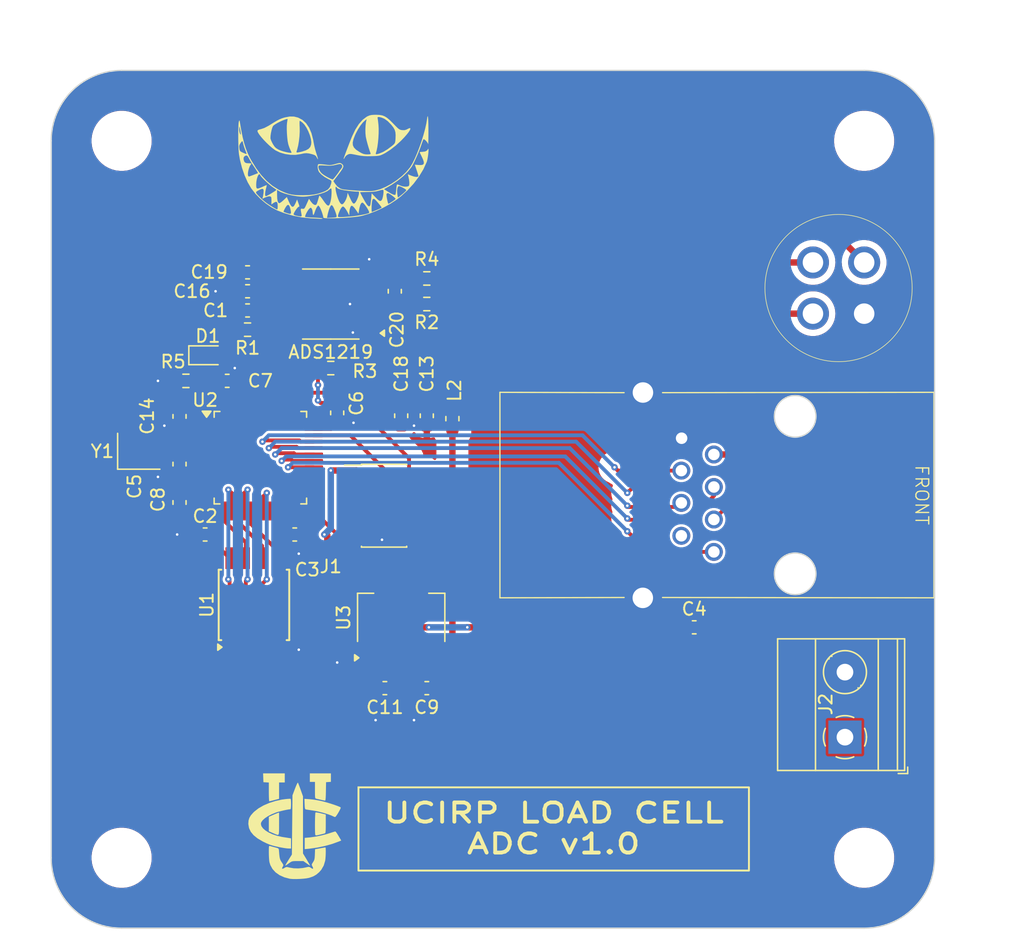
<source format=kicad_pcb>
(kicad_pcb (version 20240108) (generator "pcbnew") (generator_version "8.0")
  (layers (0 "F.Cu" power) (31 "B.Cu" power) (34 "B.Paste" user) (35 "F.Paste" user) (36 "B.SilkS" user "B.Silkscreen") (37 "F.SilkS" user "F.Silkscreen") (38 "B.Mask" user) (39 "F.Mask" user) (44 "Edge.Cuts" user))
  (net 0 "")
  (net 1 "+3.3V")
  (net 2 "GND")
  (net 3 "NRST")
  (net 4 "VBUS")
  (net 5 "Net-(C13-Pad1)")
  (net 6 "Net-(ADS1219-AIN3)")
  (net 7 "Net-(ADS1219-AIN2)")
  (net 8 "Net-(D1-K)")
  (net 9 "DEBUG_SWCLK")
  (net 10 "DEBUG_SWDIO")
  (net 14 "AIN+")
  (net 15 "AIN-")
  (net 16 "ADS_DRDY")
  (net 18 "MEM_SCK")
  (net 19 "MEM_HOLD")
  (net 20 "MEM_CS")
  (net 21 "MEM_MOSI")
  (net 22 "MEM_WP")
  (net 23 "MEM_MISO")
  (net 36 "HSE_IN")
  (net 42 "ADS_DATA")
  (net 44 "ADS_CLK")
  (net 48 "Net-(ADS1219-RESET)")
  (net 50 "ETH_~{RST}")
  (net 51 "ETH_RX")
  (net 52 "ETH_TX")
  (net 53 "ETH_RTS")
  (net 54 "ETH_CTS")
  (footprint "Resistor_SMD:R_0603_1608Metric" (layer "F.Cu") (at 149.8375 100.25 180)
    (property "Reference" "R2")
    (property "Value" "100")
  )
  (footprint "Resistor_SMD:R_0603_1608Metric" (layer "F.Cu") (at 131.0225 106.25)
    (property "Reference" "R5")
    (property "Value" "470")
  )
  (footprint "GSE:GC-XPORT" (layer "F.Cu") (at 172.5 115.17 180)
    (property "Reference" "U5" (hide yes))
    (property "Value" "~")
    (fp_circle (center -6.11 6.15) (end -4.485 6.15) (stroke (width 0.1)) (fill none) (layer "Edge.Cuts"))
    (fp_circle (center -6.11 -6.15) (end -4.485 -6.15) (stroke (width 0.1)) (fill none) (layer "Edge.Cuts"))
  )
  (footprint "Package_QFP:LQFP-48_7x7mm_P0.5mm" (layer "F.Cu") (at 136.8375 112.25)
    (property "Reference" "U2")
    (property "Value" "STM32F103C8Tx")
  )
  (footprint "Capacitor_SMD:C_0603_1608Metric_Pad1.08x0.95mm_HandSolder" (layer "F.Cu") (at 135.8375 97.7725 180)
    (property "Reference" "C19")
    (property "Value" "0.1uF")
  )
  (footprint "Resistor_SMD:R_0603_1608Metric" (layer "F.Cu") (at 135.8375 102.25 180)
    (property "Reference" "R1")
    (property "Value" "10k")
  )
  (footprint "Capacitor_SMD:C_0603_1608Metric" (layer "F.Cu") (at 170.725 125.5)
    (property "Reference" "C4")
    (property "Value" "4.7uF")
  )
  (footprint "Capacitor_SMD:C_0603_1608Metric" (layer "F.Cu") (at 132.5225 118.25)
    (property "Reference" "C2")
    (property "Value" "100nF")
  )
  (footprint "Resistor_SMD:R_0603_1608Metric" (layer "F.Cu") (at 142.3375 105.25 180)
    (property "Reference" "R3")
    (property "Value" "10k")
  )
  (footprint "Package_TO_SOT_SMD:SOT-223-3_TabPin2" (layer "F.Cu") (at 147.8375 124.75 90)
    (property "Reference" "U3")
    (property "Value" "AMS1117-3.3")
  )
  (footprint "Package_SO:TSSOP-16_4.4x5mm_P0.65mm" (layer "F.Cu") (at 142.3375 100.25 180)
    (property "Reference" "ADS1219")
    (property "Value" "~")
  )
  (footprint "Crystal:Crystal_SMD_2520-4Pin_2.5x2.0mm" (layer "F.Cu") (at 127.3375 111.75)
    (property "Reference" "Y1")
    (property "Value" "16MHz")
  )
  (footprint "LED_SMD:LED_0603_1608Metric" (layer "F.Cu") (at 132.735 104.25)
    (property "Reference" "D1")
    (property "Value" "GREEN_LED")
  )
  (footprint "TerminalBlock_Phoenix:TerminalBlock_Phoenix_MKDS-1,5-2-5.08_1x02_P5.08mm_Horizontal" (layer "F.Cu") (at 182.5 134.08 90)
    (property "Reference" "J2")
    (property "Value" "Screw_Terminal_01x02")
  )
  (footprint "Connector_PinHeader_1.27mm:PinHeader_2x05_P1.27mm_Vertical_SMD" (layer "F.Cu") (at 146.5 116)
    (property "Reference" "J1")
    (property "Value" "SWD")
  )
  (footprint "Capacitor_SMD:C_0603_1608Metric" (layer "F.Cu") (at 135.8375 100.75 180)
    (property "Reference" "C1")
    (property "Value" "0.1uF")
  )
  (footprint "Capacitor_SMD:C_0603_1608Metric" (layer "F.Cu") (at 149.8375 108.975 -90)
    (property "Reference" "C13")
    (property "Value" "100nF")
  )
  (footprint "Capacitor_SMD:C_0603_1608Metric" (layer "F.Cu") (at 130.5225 109.025 -90)
    (property "Reference" "C14")
    (property "Value" "100nF")
  )
  (footprint "Capacitor_SMD:C_0603_1608Metric" (layer "F.Cu") (at 134.2475 106.25 180)
    (property "Reference" "C7")
    (property "Value" "100nF")
  )
  (footprint "Package_SO:SOIC-8W_5.3x5.3mm_P1.27mm" (layer "F.Cu") (at 136.3375 123.75 90)
    (property "Reference" "U1")
    (property "Value" "~")
  )
  (footprint "Inductor_SMD:L_0603_1608Metric" (layer "F.Cu") (at 151.8375 109.2 -90)
    (property "Reference" "L2")
    (property "Value" "3.3uH")
  )
  (footprint "MountingHole:MountingHole_4.3mm_M4" (layer "F.Cu") (at 184 87.5)
    (property "Reference" "H3" (hide yes))
    (property "Value" "MountingHole")
  )
  (footprint "Capacitor_SMD:C_0603_1608Metric" (layer "F.Cu") (at 147.3375 99.25 90)
    (property "Reference" "C20")
    (property "Value" "0.1uF")
  )
  (footprint "Capacitor_SMD:C_0603_1608Metric_Pad1.08x0.95mm_HandSolder" (layer "F.Cu") (at 135.8375 99.25 180)
    (property "Reference" "C16")
    (property "Value" "0.1uF")
  )
  (footprint "Capacitor_SMD:C_0603_1608Metric" (layer "F.Cu") (at 130.5225 115.75 90)
    (property "Reference" "C8")
    (property "Value" "100nF")
  )
  (footprint "Capacitor_SMD:C_0603_1608Metric" (layer "F.Cu") (at 139.5225 118.25)
    (property "Reference" "C3")
    (property "Value" "100nF")
  )
  (footprint "MountingHole:MountingHole_4.3mm_M4" (layer "F.Cu") (at 126 87.5)
    (property "Reference" "H2" (hide yes))
    (property "Value" "MountingHole")
  )
  (footprint "Capacitor_SMD:C_0603_1608Metric" (layer "F.Cu") (at 142.8375 108.75 90)
    (property "Reference" "C6")
    (property "Value" "100nF")
  )
  (footprint "UCIRP-KiCAD-Lib:gx12" (layer "F.Cu") (at 182 99)
    (property "Reference" "GX12" (hide yes))
    (property "Value" "~" (hide yes))
  )
  (footprint "Capacitor_SMD:C_0603_1608Metric" (layer "F.Cu") (at 130.5225 112.75 90)
    (property "Reference" "C5")
    (property "Value" "100nF")
  )
  (footprint "Resistor_SMD:R_0603_1608Metric" (layer "F.Cu") (at 149.8375 98.25 180)
    (property "Reference" "R4")
    (property "Value" "100")
  )
  (footprint "UCILIB:uci_rocket_logo" (layer "F.Cu") (at 139.5 141)
    (property "Reference" "G***" (hide yes))
    (property "Value" "LOGO" (hide yes))
  )
  (footprint "UCILIB:cat_logo" (layer "F.Cu") (at 142.5 89.5)
    (property "Reference" "G***" (hide yes))
    (property "Value" "LOGO" (hide yes))
  )
  (footprint "Capacitor_SMD:C_0603_1608Metric" (layer "F.Cu") (at 146.5625 130.25)
    (property "Reference" "C11")
    (property "Value" "22uF")
  )
  (footprint "Capacitor_SMD:C_0603_1608Metric" (layer "F.Cu") (at 147.8375 108.975 -90)
    (property "Reference" "C18")
    (property "Value" "10uF")
  )
  (footprint "MountingHole:MountingHole_4.3mm_M4" (layer "F.Cu") (at 184 143.5)
    (property "Reference" "H1" (hide yes))
    (property "Value" "MountingHole")
  )
  (footprint "MountingHole:MountingHole_4.3mm_M4" (layer "F.Cu") (at 126 143.5)
    (property "Reference" "H4" (hide yes))
    (property "Value" "MountingHole")
  )
  (footprint "Capacitor_SMD:C_0603_1608Metric" (layer "F.Cu") (at 149.8375 130.25)
    (property "Reference" "C9")
    (property "Value" "22uF")
  )
  (gr_line (start 184 82) (end 126 82) (stroke (width 0.1)) (layer "Edge.Cuts"))
  (gr_line (start 120.5 87.5) (end 120.5 143.5) (stroke (width 0.1)) (layer "Edge.Cuts"))
  (gr_line (start 189.5 87.5) (end 189.5 143.5) (stroke (width 0.1)) (layer "Edge.Cuts"))
  (gr_arc (start 184 82) (mid 187.889087 83.610913) (end 189.5 87.5) (stroke (width 0.1)) (layer "Edge.Cuts"))
  (gr_arc (start 189.5 143.5) (mid 187.889087 147.389087) (end 184 149) (stroke (width 0.1)) (layer "Edge.Cuts"))
  (gr_line (start 126 149) (end 184 149) (stroke (width 0.1)) (layer "Edge.Cuts"))
  (gr_arc (start 120.5 87.5) (mid 122.110913 83.610913) (end 126 82) (stroke (width 0.1)) (layer "Edge.Cuts"))
  (gr_arc (start 126 149) (mid 122.110913 147.389087) (end 120.5 143.5) (stroke (width 0.1)) (layer "Edge.Cuts"))
  (gr_text_box "UCIRP LOAD CELL ADC v1.0\n" (start 144.5 138) (end 175 144.5) (layer "F.SilkS") (effects (font (size 1.5 2) (thickness 0.3) (bold yes)) (justify top)) (border yes) (stroke (width 0.15)))
  (segment (start 144.34 113.25) (end 144.55 113.46) (width 0.5) (layer "F.Cu") (net 1))
  (segment (start 141.5125 101.817894) (end 140.269606 100.575) (width 0.3) (layer "F.Cu") (net 1))
  (segment (start 131.3375 113.99688) (end 131.83438 113.5) (width 0.3) (layer "F.Cu") (net 1))
  (segment (start 130.5225 114.975) (end 130.6125 114.975) (width 0.3) (layer "F.Cu") (net 1))
  (segment (start 139.475 100.575) (end 136.7875 100.575) (width 0.3) (layer "F.Cu") (net 1))
  (segment (start 133.4725 106.25) (end 133.4725 104.3) (width 0.3) (layer "F.Cu") (net 1))
  (segment (start 130.5225 114.975) (end 128.1125 114.975) (width 0.3) (layer "F.Cu") (net 1))
  (segment (start 132.6475 107.075) (end 129.0125 107.075) (width 0.3) (layer "F.Cu") (net 1))
  (segment (start 130.8375 102.25) (end 131.3375 101.75) (width 0.3) (layer "F.Cu") (net 1))
  (segment (start 133.2975 118.25) (end 133.2975 128.14) (width 0.3) (layer "F.Cu") (net 1))
  (segment (start 141.988972 118.25) (end 141.8375 118.25) (width 0.5) (layer "F.Cu") (net 1))
  (segment (start 139.475 99.925) (end 137.375 99.925) (width 0.3) (layer "F.Cu") (net 1))
  (segment (start 128.8875 108.25) (end 126.4625 110.675) (width 0.3) (layer "F.Cu") (net 1))
  (segment (start 141.5125 105.25) (end 141.5125 101.817894) (width 0.3) (layer "F.Cu") (net 1))
  (segment (start 141.3375 105.425) (end 141.5125 105.25) (width 0.3) (layer "F.Cu") (net 1))
  (segment (start 142.0675 118.328528) (end 141.988972 118.25) (width 0.5) (layer "F.Cu") (net 1))
  (segment (start 142.0675 120.02) (end 142.0675 118.328528) (width 0.5) (layer "F.Cu") (net 1))
  (segment (start 129.3375 108.25) (end 127.8375 108.25) (width 0.3) (layer "F.Cu") (net 1))
  (segment (start 139.5875 117.5) (end 139.5875 116.4125) (width 0.3) (layer "F.Cu") (net 1))
  (segment (start 133.4725 106.25) (end 132.6475 107.075) (width 0.3) (layer "F.Cu") (net 1))
  (segment (start 124.8375 119.68) (end 133.3725 128.215) (width 0.3) (layer "F.Cu") (net 1))
  (segment (start 147.3375 128.4) (end 147.8375 127.9) (width 0.5) (layer "F.Cu") (net 1))
  (segment (start 130.6125 114.975) (end 131.3375 114.25) (width 0.3) (layer "F.Cu") (net 1))
  (segment (start 136.9025 97.975) (end 136.7 97.7725) (width 0.3) (layer "F.Cu") (net 1))
  (segment (start 140.269606 100.575) (end 139.475 100.575) (width 0.3) (layer "F.Cu") (net 1))
  (segment (start 175.5 112) (end 172.26 112) (width 0.5) (layer "F.Cu") (net 1))
  (segment (start 133.3725 128.215) (end 134.0075 128.85) (width 0.3) (layer "F.Cu") (net 1))
  (segment (start 143.6475 121.6) (end 142.0675 120.02) (width 0.5) (layer "F.Cu") (net 1))
  (segment (start 127.8375 108.25) (end 124.8375 108.25) (width 0.3) (layer "F.Cu") (net 1))
  (segment (start 147.8375 125.5) (end 150 125.5) (width 0.5) (layer "F.Cu") (net 1))
  (segment (start 147.8375 121.6) (end 147.8375 125.5) (width 0.5) (layer "F.Cu") (net 1))
  (segment (start 175.5 120) (end 175.5 112) (width 0.5) (layer "F.Cu") (net 1))
  (segment (start 136.6125 100.75) (end 136.6125 99.3375) (width 0.3) (layer "F.Cu") (net 1))
  (segment (start 124.8375 108.25) (end 130.8375 102.25) (width 0.3) (layer "F.Cu") (net 1))
  (segment (start 141.3125 109.5) (end 142.8375 107.975) (width 0.3) (layer "F.Cu") (net 1))
  (segment (start 129.0125 107.075) (end 127.8375 108.25) (width 0.3) (layer "F.Cu") (net 1))
  (segment (start 140.2975 118.25) (end 140.2975 118.21) (width 0.3) (layer "F.Cu") (net 1))
  (segment (start 124.8375 108.25) (end 124.8375 118.25) (width 0.3) (layer "F.Cu") (net 1))
  (segment (start 131.83438 113.5) (end 132.675 113.5) (width 0.3) (layer "F.Cu") (net 1))
  (segment (start 126.4625 110.675) (end 126.4625 111.05) (width 0.3) (layer "F.Cu") (net 1))
  (segment (start 141.3375 106.575) (end 141.3375 105.425) (width 0.3) (layer "F.Cu") (net 1))
  (segment (start 124.8375 118.25) (end 124.8375 119.68) (width 0.3) (layer "F.Cu") (net 1))
  (segment (start 147.8375 125.5) (end 147.8375 127.9) (width 0.5) (layer "F.Cu") (net 1))
  (segment (start 131.425 108.25) (end 132.675 109.5) (width 0.3) (layer "F.Cu") (net 1))
  (segment (start 141 109.5) (end 141.3125 109.5) (width 0.3) (layer "F.Cu") (net 1))
  (segment (start 153 125.5) (end 169.95 125.5) (width 0.5) (layer "F.Cu") (net 1))
  (segment (start 131.3375 101.75) (end 131.3375 96.75) (width 0.3) (layer "F.Cu") (net 1))
  (segment (start 142.0675 120.02) (end 140.2975 118.25) (width 0.5) (layer "F.Cu") (net 1))
  (segment (start 133.2975 128.14) (end 133.3725 128.215) (width 0.3) (layer "F.Cu") (net 1))
  (segment (start 136.3375 96.25) (end 136.7 96.6125) (width 0.3) (layer "F.Cu") (net 1))
  (segment (start 133.2975 118.25) (end 133.2975 118.965) (width 0.3) (layer "F.Cu") (net 1))
  (segment (start 134.0875 108.0875) (end 134.0875 106.865) (width 0.3) (layer "F.Cu") (net 1))
  (segment (start 140.2975 118.21) (end 139.5875 117.5) (width 0.3) (layer "F.Cu") (net 1))
  (segment (start 130.8375 102.25) (end 135.0125 102.25) (width 0.3) (layer "F.Cu") (net 1))
  (segment (start 136.6125 99.3375) (end 136.7 99.25) (width 0.3) (layer "F.Cu") (net 1))
  (segment (start 136.7 96.6125) (end 136.7 97.7725) (width 0.3) (layer "F.Cu") (net 1))
  (segment (start 142.3375 113.25) (end 144.34 113.25) (width 0.5) (layer "F.Cu") (net 1))
  (segment (start 130.5225 108.25) (end 131.425 108.25) (width 0.3) (layer "F.Cu") (net 1))
  (segment (start 128.1125 114.975) (end 124.8375 118.25) (width 0.3) (layer "F.Cu") (net 1))
  (segment (start 133.2975 118.965) (end 134.4325 120.1) (width 0.3) (layer "F.Cu") (net 1))
  (segment (start 134.0875 106.865) (end 133.4725 106.25) (width 0.3) (layer "F.Cu") (net 1))
  (segment (start 134.0075 128.85) (end 140.5875 128.85) (width 0.3) (layer "F.Cu") (net 1))
  (segment (start 140.5875 128.85) (end 147.8375 121.6) (width 0.3) (layer "F.Cu") (net 1))
  (segment (start 129.3375 108.25) (end 128.8875 108.25) (width 0.3) (layer "F.Cu") (net 1))
  (segment (start 175.45 120) (end 175.5 120) (width 0.5) (layer "F.Cu") (net 1))
  (segment (start 137.375 99.925) (end 136.7 99.25) (width 0.3) (layer "F.Cu") (net 1))
  (segment (start 131.3375 96.75) (end 131.8375 96.25) (width 0.3) (layer "F.Cu") (net 1))
  (segment (start 136.7875 100.575) (end 136.6125 100.75) (width 0.3) (layer "F.Cu") (net 1))
  (segment (start 133.4725 104.3) (end 133.5225 104.25) (width 0.3) (layer "F.Cu") (net 1))
  (segment (start 136.7 99.25) (end 136.7 97.7725) (width 0.3) (layer "F.Cu") (net 1))
  (segment (start 131.3375 114.25) (end 131.3375 113.99688) (width 0.3) (layer "F.Cu") (net 1))
  (segment (start 169.95 125.5) (end 175.45 120) (width 0.5) (layer "F.Cu") (net 1))
  (segment (start 141.5375 107.975) (end 141.3375 107.775) (width 0.3) (layer "F.Cu") (net 1))
  (segment (start 131.8375 96.25) (end 136.3375 96.25) (width 0.3) (layer "F.Cu") (net 1))
  (segment (start 147.3375 130.25) (end 147.3375 128.4) (width 0.5) (layer "F.Cu") (net 1))
  (segment (start 130.5225 108.25) (end 129.3375 108.25) (width 0.3) (layer "F.Cu") (net 1))
  (segment (start 139.475 97.975) (end 136.9025 97.975) (width 0.3) (layer "F.Cu") (net 1))
  (segment (start 142.8375 107.975) (end 141.5375 107.975) (width 0.3) (layer "F.Cu") (net 1))
  (segment (start 147.8375 121.6) (end 143.6475 121.6) (width 0.5) (layer "F.Cu") (net 1))
  (via (at 142.3375 113.25) (size 0.5) (drill 0.2) (layers "F.Cu" "B.Cu") (net 1))
  (via (at 153 125.5) (size 0.5) (drill 0.2) (layers "F.Cu" "B.Cu") (net 1))
  (via (at 141.3375 106.575) (size 0.5) (drill 0.2) (layers "F.Cu" "B.Cu") (net 1))
  (via (at 141.8375 118.25) (size 0.5) (drill 0.2) (layers "F.Cu" "B.Cu") (net 1))
  (via (at 150 125.5) (size 0.5) (drill 0.2) (layers "F.Cu" "B.Cu") (net 1))
  (via (at 141.3375 107.775) (size 0.5) (drill 0.2) (layers "F.Cu" "B.Cu") (net 1))
  (segment (start 150 125.5) (end 153 125.5) (width 0.5) (layer "B.Cu") (net 1))
  (segment (start 142.3375 115.5) (end 142.3375 113.25) (width 0.5) (layer "B.Cu") (net 1))
  (segment (start 141.8375 118.25) (end 142.3375 117.75) (width 0.5) (layer "B.Cu") (net 1))
  (segment (start 141.3375 107.775) (end 141.3375 106.575) (width 0.3) (layer "B.Cu") (net 1))
  (segment (start 142.3375 117.75) (end 142.3375 115.5) (width 0.5) (layer "B.Cu") (net 1))
  (segment (start 130.5225 116.525) (end 130.5225 118.065) (width 0.3) (layer "F.Cu") (net 2))
  (segment (start 145.2 97.975) (end 145.2 96.8875) (width 0.3) (layer "F.Cu") (net 2))
  (segment (start 131.0475 113) (end 130.5225 113.525) (width 0.3) (layer "F.Cu") (net 2))
  (segment (start 146.25 116) (end 146.3375 116.0875) (width 0.5) (layer "F.Cu") (net 2))
  (segment (start 130.1975 106.25) (end 128.8375 106.25) (width 0.3) (layer "F.Cu") (net 2))
  (segment (start 134.5875 106.685) (end 135.0225 106.25) (width 0.3) (layer "F.Cu") (net 2))
  (segment (start 135.4725 106.25) (end 135.0225 106.25) (width 0.3) (layer "F.Cu") (net 2))
  (segment (start 144.55 114.73) (end 144.55 116) (width 0.5) (layer "F.Cu") (net 2))
  (segment (start 144.1125 109.525) (end 142.8375 109.525) (width 0.3) (layer "F.Cu") (net 2))
  (segment (start 145.5375 127.9) (end 143.1875 127.9) (width 0.5) (layer "F.Cu") (net 2))
  (segment (start 132.675 113) (end 131.0475 113) (width 0.3) (layer "F.Cu") (net 2))
  (segment (start 138.7475 118.66) (end 139.8375 119.75) (width 0.3) (layer "F.Cu") (net 2))
  (segment (start 129.3875 109.8) (end 129.3375 109.75) (width 0.3) (layer "F.Cu") (net 2))
  (segment (start 128.2125 112.45) (end 129.4475 112.45) (width 0.5) (layer "F.Cu") (net 2))
  (segment (start 145.7875 132.7) (end 145.8375 132.75) (width 0.5) (layer "F.Cu") (net 2))
  (segment (start 135.0625 100.75) (end 135.0625 99.3375) (width 0.5) (layer "F.Cu") (net 2))
  (segment (start 139.0875 117.91) (end 139.0875 116.4125) (width 0.3) (layer "F.Cu") (net 2))
  (segment (start 136.0875 106.865) (end 135.4725 106.25) (width 0.3) (layer "F.Cu") (net 2))
  (segment (start 136.0875 108.0875) (end 136.0875 106.865) (width 0.3) (layer "F.Cu") (net 2))
  (segment (start 139.6875 127.4) (end 139.8375 127.25) (width 0.3) (layer "F.Cu") (net 2))
  (segment (start 144.1625 100.575) (end 143.8375 100.25) (width 0.3) (layer "F.Cu") (net 2))
  (segment (start 135.0225 106.25) (end 135.0225 105.435) (width 0.3) (layer "F.Cu") (net 2))
  (segment (start 146.2175 118.54) (end 146.3375 118.66) (width 0.5) (layer "F.Cu") (net 2))
  (segment (start 130.5225 109.8) (end 129.3875 109.8) (width 0.3) (layer "F.Cu") (net 2))
  (segment (start 129.0625 113.525) (end 128.8375 113.75) (width 0.5) (layer "F.Cu") (net 2))
  (segment (start 145.7875 130.25) (end 145.7875 132.7) (width 0.5) (layer "F.Cu") (net 2))
  (segment (start 141 110) (end 142.3625 110) (width 0.3) (layer "F.Cu") (net 2))
  (segment (start 148.8375 109.75) (end 147.8375 109.75) (width 0.5) (layer "F.Cu") (net 2))
  (segment (start 143.1875 127.9) (end 142.8375 128.25) (width 0.5) (layer "F.Cu") (net 2))
  (segment (start 134.975 99.25) (end 133.3375 99.25) (width 0.5) (layer "F.Cu") (net 2))
  (segment (start 146.3375 116.0875) (end 146.3375 118.66) (width 0.5) (layer "F.Cu") (net 2))
  (segment (start 138.7475 118.25) (end 138.7475 118.66) (width 0.3) (layer "F.Cu") (net 2))
  (segment (start 149.0625 132.525) (end 148.8375 132.75) (width 0.5) (layer "F.Cu") (net 2))
  (segment (start 129.4475 112.45) (end 130.5225 113.525) (width 0.5) (layer "F.Cu") (net 2))
  (segment (start 135.0225 105.435) (end 134.8375 105.25) (width 0.3) (layer "F.Cu") (net 2))
  (segment (start 145.2 101.875) (end 145.2 102.525) (width 0.3) (layer "F.Cu") (net 2))
  (segment (start 142.3625 110) (end 142.8375 109.525) (width 0.3) (layer "F.Cu") (net 2))
  (segment (start 134.5875 108.0875) (end 134.5875 106.685) (width 0.3) (layer "F.Cu") (net 2))
  (segment (start 145.2 99.925) (end 145.2 100.575) (width 0.3) (layer "F.Cu") (net 2))
  (segment (start 138.7475 118.25) (end 139.0875 117.91) (width 0.3) (layer "F.Cu") (net 2))
  (segment (start 130.5225 113.525) (end 129.0625 113.525) (width 0.5) (layer "F.Cu") (net 2))
  (segment (start 134.975 97.7725) (end 134.975 99.25) (width 0.5) (layer "F.Cu") (net 2))
  (segment (start 144.112499 102.525) (end 144.061765 102.474266) (width 0.3) (layer "F.Cu") (net 2))
  (segment (start 149.8375 109.75) (end 148.8375 109.75) (width 0.5) (layer "F.Cu") (net 2))
  (segment (start 131.7475 118.25) (end 130.3375 118.25) (width 0.3) (layer "F.Cu") (net 2))
  (segment (start 149.0625 130.25) (end 149.0625 132.525) (width 0.5) (layer "F.Cu") (net 2))
  (segment (start 130.5225 118.065) (end 130.3375 118.25) (width 0.3) (layer "F.Cu") (net 2))
  (segment (start 144.55 118.54) (end 146.2175 118.54) (width 0.5) (layer "F.Cu") (net 2))
  (segment (start 145.2 100.575) (end 144.1625 100.575) (width 0.3) (layer "F.Cu") (net 2))
  (segment (start 138.2425 127.4) (end 139.6875 127.4) (width 0.3) (layer "F.Cu") (net 2))
  (segment (start 145.2 96.8875) (end 145.3375 96.75) (width 0.3) (layer "F.Cu") (net 2))
  (segment (start 144.55 116) (end 146.25 116) (width 0.5) (layer "F.Cu") (net 2))
  (segment (start 135.0625 99.3375) (end 134.975 99.25) (width 0.5) (layer "F.Cu") (net 2))
  (segment (start 145.2 102.525) (end 144.112499 102.525) (width 0.3) (layer "F.Cu") (net 2))
  (via (at 143.8375 100.25) (size 0.5) (drill 0.2) (layers "F.Cu" "B.Cu") (net 2))
  (via (at 139.8375 119.75) (size 0.5) (drill 0.2) (layers "F.Cu" "B.Cu") (net 2))
  (via (at 139.8375 127.25) (size 0.5) (drill 0.2) (layers "F.Cu" "B.Cu") (net 2))
  (via (at 133.3375 99.25) (size 0.5) (drill 0.2) (layers "F.Cu" "B.Cu") (net 2))
  (via (at 146.3375 118.66) (size 0.5) (drill 0.2) (layers "F.Cu" "B.Cu") (net 2))
  (via (at 145.3375 96.75) (size 0.5) (drill 0.2) (layers "F.Cu" "B.Cu") (net 2))
  (via (at 148.8375 109.75) (size 0.5) (drill 0.2) (layers "F.Cu" "B.Cu") (net 2))
  (via (at 144.061765 102.474266) (size 0.5) (drill 0.2) (layers "F.Cu" "B.Cu") (net 2))
  (via (at 142.8375 128.25) (size 0.5) (drill 0.2) (layers "F.Cu" "B.Cu") (net 2))
  (via (at 129.3375 109.75) (size 0.5) (drill 0.2) (layers "F.Cu" "B.Cu") (net 2))
  (via (at 145.8375 132.75) (size 0.5) (drill 0.2) (layers "F.Cu" "B.Cu") (net 2))
  (via (at 128.8375 106.25) (size 0.5) (drill 0.2) (layers "F.Cu" "B.Cu") (net 2))
  (via (at 134.8375 105.25) (size 0.5) (drill 0.2) (layers "F.Cu" "B.Cu") (net 2))
  (via (at 148.8375 132.75) (size 0.5) (drill 0.2) (layers "F.Cu" "B.Cu") (net 2))
  (via (at 128.8375 113.75) (size 0.5) (drill 0.2) (layers "F.Cu" "B.Cu") (net 2))
  (via (at 130.3375 118.25) (size 0.5) (drill 0.2) (layers "F.Cu" "B.Cu") (net 2))
  (via (at 144.1125 109.525) (size 0.5) (drill 0.2) (layers "F.Cu" "B.Cu") (net 2))
  (segment (start 131.0475 112.5) (end 130.5225 111.975) (width 0.3) (layer "F.Cu") (net 3))
  (segment (start 148.45 118.54) (end 147.73 119.26) (width 0.3) (layer "F.Cu") (net 3))
  (segment (start 143 118.4125) (end 138.4375 113.85) (width 0.3) (layer "F.Cu") (net 3))
  (segment (start 143 119.26) (end 143 118.4125) (width 0.3) (layer "F.Cu") (net 3))
  (segment (start 138.4375 113.85) (end 134.9375 113.85) (width 0.3) (layer "F.Cu") (net 3))
  (segment (start 134.9375 113.85) (end 133.5875 112.5) (width 0.3) (layer "F.Cu") (net 3))
  (segment (start 133.5875 112.5) (end 132.675 112.5) (width 0.3) (layer "F.Cu") (net 3))
  (segment (start 132.675 112.5) (end 131.0475 112.5) (width 0.3) (layer "F.Cu") (net 3))
  (segment (start 147.73 119.26) (end 143 119.26) (width 0.3) (layer "F.Cu") (net 3))
  (segment (start 151.8375 109.9875) (end 151.8375 126.5) (width 0.5) (layer "F.Cu") (net 4))
  (segment (start 150.4375 127.9) (end 151.8375 126.5) (width 0.5) (layer "F.Cu") (net 4))
  (segment (start 150.1375 127.9) (end 150.4375 127.9) (width 0.5) (layer "F.Cu") (net 4))
  (segment (start 150.05 108.4125) (end 149.8375 108.2) (width 0.5) (layer "F.Cu") (net 5))
  (segment (start 149.8375 108.2) (end 147.8375 108.2) (width 0.5) (layer "F.Cu") (net 5))
  (segment (start 153.5 101) (end 180 101) (width 0.5) (layer "F.Cu") (net 5))
  (segment (start 147.8375 108.2) (end 147.8375 106.6625) (width 0.5) (layer "F.Cu") (net 5))
  (segment (start 151.8375 108.4125) (end 150.05 108.4125) (width 0.5) (layer "F.Cu") (net 5))
  (segment (start 147.8375 106.6625) (end 153.5 101) (width 0.5) (layer "F.Cu") (net 5))
  (segment (start 147.5625 100.25) (end 147.3375 100.025) (width 0.5) (layer "F.Cu") (net 6))
  (segment (start 145.2 99.275) (end 146.5875 99.275) (width 0.3) (layer "F.Cu") (net 6))
  (segment (start 149.0125 100.25) (end 147.5625 100.25) (width 0.5) (layer "F.Cu") (net 6))
  (segment (start 146.5875 99.275) (end 147.3375 100.025) (width 0.3) (layer "F.Cu") (net 6))
  (segment (start 147.1875 98.625) (end 147.3375 98.475) (width 0.3) (layer "F.Cu") (net 7))
  (segment (start 149.0125 98.25) (end 147.5625 98.25) (width 0.5) (layer "F.Cu") (net 7))
  (segment (start 145.2 98.625) (end 147.1875 98.625) (width 0.3) (layer "F.Cu") (net 7))
  (segment (start 147.5625 98.25) (end 147.3375 98.475) (width 0.5) (layer "F.Cu") (net 7))
  (segment (start 131.9475 106.15) (end 131.8475 106.25) (width 0.3) (layer "F.Cu") (net 8))
  (segment (start 131.9475 104.25) (end 131.9475 106.15) (width 0.3) (layer "F.Cu") (net 8))
  (segment (start 148.45 114.73) (end 146.8575 114.73) (width 0.3) (layer "F.Cu") (net 9))
  (segment (start 146.8575 114.73) (end 146.8375 114.75) (width 0.3) (layer "F.Cu") (net 9))
  (segment (start 146.8375 113.4775) (end 143.86 110.5) (width 0.3) (layer "F.Cu") (net 9))
  (segment (start 143.86 110.5) (end 141 110.5) (width 0.3) (layer "F.Cu") (net 9))
  (segment (start 146.8375 114.75) (end 146.8375 113.4775) (width 0.3) (layer "F.Cu") (net 9))
  (segment (start 140.5 107.175) (end 139.5875 108.0875) (width 0.3) (layer "F.Cu") (net 10))
  (segment (start 143.331908 107.175) (end 140.5 107.175) (width 0.3) (layer "F.Cu") (net 10))
  (segment (start 148.45 113.46) (end 148.45 112.293092) (width 0.3) (layer "F.Cu") (net 10))
  (segment (start 148.45 112.293092) (end 143.331908 107.175) (width 0.3) (layer "F.Cu") (net 10))
  (segment (start 181.75 94.75) (end 184 97) (width 0.5) (layer "F.Cu") (net 14))
  (segment (start 154.1625 94.75) (end 181.75 94.75) (width 0.5) (layer "F.Cu") (net 14))
  (segment (start 150.6625 98.25) (end 154.1625 94.75) (width 0.5) (layer "F.Cu") (net 14))
  (segment (start 153.9125 97) (end 150.6625 100.25) (width 0.5) (layer "F.Cu") (net 15))
  (segment (start 180 97) (end 153.9125 97) (width 0.5) (layer "F.Cu") (net 15))
  (segment (start 136.6625 102.25) (end 137.3375 102.25) (width 0.3) (layer "F.Cu") (net 16))
  (segment (start 140.5625 102.814168) (end 140.5625 101.575001) (width 0.3) (layer "F.Cu") (net 16))
  (segment (start 138.0875 105.289168) (end 140.5625 102.814168) (width 0.3) (layer "F.Cu") (net 16))
  (segment (start 137.3375 102.25) (end 138.3625 101.225) (width 0.3) (layer "F.Cu") (net 16))
  (segment (start 138.3625 101.225) (end 139.475 101.225) (width 0.3) (layer "F.Cu") (net 16))
  (segment (start 138.0875 108.0875) (end 138.0875 105.289168) (width 0.3) (layer "F.Cu") (net 16))
  (segment (start 140.5625 101.575001) (end 140.212499 101.225) (width 0.3) (layer "F.Cu") (net 16))
  (segment (start 140.212499 101.225) (end 139.475 101.225) (width 0.3) (layer "F.Cu") (net 16))
  (segment (start 136.9725 120.1) (end 136.9725 119.13812) (width 0.3) (layer "F.Cu") (net 18))
  (segment (start 136.9725 119.13812) (end 135.0875 117.25312) (width 0.3) (layer "F.Cu") (net 18))
  (segment (start 135.0875 117.25312) (end 135.0875 116.4125) (width 0.3) (layer "F.Cu") (net 18))
  (segment (start 134.0875 117.25312) (end 134.0875 116.4125) (width 0.3) (layer "F.Cu") (net 19))
  (segment (start 135.7025 118.86812) (end 134.0875 117.25312) (width 0.3) (layer "F.Cu") (net 19))
  (segment (start 135.7025 120.1) (end 135.7025 118.86812) (width 0.3) (layer "F.Cu") (net 19))
  (segment (start 134.4325 127.4) (end 134.4325 121.845) (width 0.3) (layer "F.Cu") (net 20))
  (segment (start 134.3375 114.75) (end 134.5875 115) (width 0.3) (layer "F.Cu") (net 20))
  (segment (start 134.5875 115) (end 134.5875 116.4125) (width 0.3) (layer "F.Cu") (net 20))
  (segment (start 134.4325 121.845) (end 134.3375 121.75) (width 0.3) (layer "F.Cu") (net 20))
  (via (at 134.3375 121.75) (size 0.5) (drill 0.2) (layers "F.Cu" "B.Cu") (net 20))
  (via (at 134.3375 114.75) (size 0.5) (drill 0.2) (layers "F.Cu" "B.Cu") (net 20))
  (segment (start 134.3375 121.75) (end 134.3375 114.75) (width 0.3) (layer "B.Cu") (net 20))
  (segment (start 136.0875 117.42) (end 136.0875 116.4125) (width 0.3) (layer "F.Cu") (net 21))
  (segment (start 138.2425 119.575) (end 136.0875 117.42) (width 0.3) (layer "F.Cu") (net 21))
  (segment (start 138.2425 120.1) (end 138.2425 119.575) (width 0.3) (layer "F.Cu") (net 21))
  (segment (start 136.9725 127.4) (end 136.9725 122.115) (width 0.3) (layer "F.Cu") (net 22))
  (segment (start 137.0875 115.25) (end 137.0875 116.4125) (width 0.3) (layer "F.Cu") (net 22))
  (segment (start 137.3375 115) (end 137.0875 115.25) (width 0.3) (layer "F.Cu") (net 22))
  (segment (start 136.9725 122.115) (end 137.3375 121.75) (width 0.3) (layer "F.Cu") (net 22))
  (via (at 137.3375 115) (size 0.5) (drill 0.2) (layers "F.Cu" "B.Cu") (net 22))
  (via (at 137.3375 121.75) (size 0.5) (drill 0.2) (layers "F.Cu" "B.Cu") (net 22))
  (segment (start 137.3375 121.75) (end 137.3375 115) (width 0.3) (layer "B.Cu") (net 22))
  (segment (start 135.7025 121.885) (end 135.8375 121.75) (width 0.3) (layer "F.Cu") (net 23))
  (segment (start 135.5875 115) (end 135.5875 116.4125) (width 0.3) (layer "F.Cu") (net 23))
  (segment (start 135.8375 114.75) (end 135.5875 115) (width 0.3) (layer "F.Cu") (net 23))
  (segment (start 135.7025 127.4) (end 135.7025 121.885) (width 0.3) (layer "F.Cu") (net 23))
  (via (at 135.8375 114.75) (size 0.5) (drill 0.2) (layers "F.Cu" "B.Cu") (net 23))
  (via (at 135.8375 121.75) (size 0.5) (drill 0.2) (layers "F.Cu" "B.Cu") (net 23))
  (segment (start 135.8375 121.75) (end 135.8375 114.75) (width 0.3) (layer "B.Cu") (net 23))
  (segment (start 128.2125 111.05) (end 131.38438 111.05) (width 0.3) (layer "F.Cu") (net 36))
  (segment (start 131.38438 111.05) (end 131.83438 111.5) (width 0.3) (layer "F.Cu") (net 36))
  (segment (start 131.83438 111.5) (end 132.675 111.5) (width 0.3) (layer "F.Cu") (net 36))
  (segment (start 136.5875 104.025001) (end 136.5875 108.0875) (width 0.3) (layer "F.Cu") (net 42))
  (segment (start 139.475 101.875) (end 138.737501 101.875) (width 0.3) (layer "F.Cu") (net 42))
  (segment (start 138.737501 101.875) (end 136.5875 104.025001) (width 0.3) (layer "F.Cu") (net 42))
  (segment (start 139.475 102.525) (end 138.794607 102.525) (width 0.3) (layer "F.Cu") (net 44))
  (segment (start 138.794607 102.525) (end 137.0875 104.232107) (width 0.3) (layer "F.Cu") (net 44))
  (segment (start 137.0875 104.232107) (end 137.0875 108.0875) (width 0.3) (layer "F.Cu") (net 44))
  (segment (start 144.462501 101.225) (end 145.2 101.225) (width 0.3) (layer "F.Cu") (net 48))
  (segment (start 143.1625 105.25) (end 143.1625 102.525001) (width 0.3) (layer "F.Cu") (net 48))
  (segment (start 143.1625 102.525001) (end 144.462501 101.225) (width 0.3) (layer "F.Cu") (net 48))
  (segment (start 139.86985 110.9) (end 137.1 110.9) (width 0.3) (layer "F.Cu") (net 50))
  (segment (start 164.76 113.26) (end 169.72 113.26) (width 0.3) (layer "F.Cu") (net 50))
  (segment (start 141 111) (end 139.96985 111) (width 0.3) (layer "F.Cu") (net 50))
  (segment (start 137.1 110.9) (end 137 111) (width 0.3) (layer "F.Cu") (net 50))
  (segment (start 139.96985 111) (end 139.86985 110.9) (width 0.3) (layer "F.Cu") (net 50))
  (segment (start 164.5 113) (end 164.76 113.26) (width 0.3) (layer "F.Cu") (net 50))
  (via (at 137 111) (size 0.5) (drill 0.2) (layers "F.Cu" "B.Cu") (net 50))
  (via (at 164.5 113) (size 0.5) (drill 0.2) (layers "F.Cu" "B.Cu") (net 50))
  (segment (start 137 111) (end 137.5 110.5) (width 0.3) (layer "B.Cu") (net 50))
  (segment (start 137.5 110.5) (end 162 110.5) (width 0.3) (layer "B.Cu") (net 50))
  (segment (start 162 110.5) (end 164.5 113) (width 0.3) (layer "B.Cu") (net 50))
  (segment (start 169.4 116.1) (end 169.72 115.78) (width 0.3) (layer "F.Cu") (net 51))
  (segment (start 139.455636 111.9) (end 138.1 111.9) (width 0.3) (layer "F.Cu") (net 51))
  (segment (start 165.6 116.1) (end 169.4 116.1) (width 0.3) (layer "F.Cu") (net 51))
  (segment (start 138.1 111.9) (end 138 112) (width 0.3) (layer "F.Cu") (net 51))
  (segment (start 139.555636 112) (end 139.455636 111.9) (width 0.3) (layer "F.Cu") (net 51))
  (segment (start 165.5 116) (end 165.6 116.1) (width 0.3) (layer "F.Cu") (net 51))
  (segment (start 141 112) (end 139.555636 112) (width 0.3) (layer "F.Cu") (net 51))
  (via (at 138 112) (size 0.5) (drill 0.2) (layers "F.Cu" "B.Cu") (net 51))
  (via (at 165.5 116) (size 0.5) (drill 0.2) (layers "F.Cu" "B.Cu") (net 51))
  (segment (start 138.5 111.5) (end 138 112) (width 0.3) (layer "B.Cu") (net 51))
  (segment (start 161 111.5) (end 138.5 111.5) (width 0.3) (layer "B.Cu") (net 51))
  (segment (start 165.5 116) (end 161 111.5) (width 0.3) (layer "B.Cu") (net 51))
  (segment (start 141 112.5) (end 139.348529 112.5) (width 0.3) (layer "F.Cu") (net 52))
  (segment (start 138.6 112.4) (end 138.5 112.5) (width 0.3) (layer "F.Cu") (net 52))
  (segment (start 165.6 117.1) (end 170.4 117.1) (width 0.3) (layer "F.Cu") (net 52))
  (segment (start 172.26 115.24) (end 172.26 114.54) (width 0.3) (layer "F.Cu") (net 52))
  (segment (start 165.5 117) (end 165.6 117.1) (width 0.3) (layer "F.Cu") (net 52))
  (segment (start 139.348529 112.5) (end 139.248529 112.4) (width 0.3) (layer "F.Cu") (net 52))
  (segment (start 139.248529 112.4) (end 138.6 112.4) (width 0.3) (layer "F.Cu") (net 52))
  (segment (start 170.4 117.1) (end 172.26 115.24) (width 0.3) (layer "F.Cu") (net 52))
  (via (at 138.5 112.5) (size 0.5) (drill 0.2) (layers "F.Cu" "B.Cu") (net 52))
  (via (at 165.5 117) (size 0.5) (drill 0.2) (layers "F.Cu" "B.Cu") (net 52))
  (segment (start 160.65 112.15) (end 138.85 112.15) (width 0.3) (layer "B.Cu") (net 52))
  (segment (start 165.5 117) (end 160.65 112.15) (width 0.3) (layer "B.Cu") (net 52))
  (segment (start 138.85 112.15) (end 138.5 112.5) (width 0.3) (layer "B.Cu") (net 52))
  (segment (start 174 114.795075) (end 174 115.34) (width 0.3) (layer "F.Cu") (net 53))
  (segment (start 166 114.5) (end 170.815075 114.5) (width 0.3) (layer "F.Cu") (net 53))
  (segment (start 170.815075 114.5) (end 171.825075 113.49) (width 0.3) (layer "F.Cu") (net 53))
  (segment (start 137.6 111.4) (end 137.5 111.5) (width 0.3) (layer "F.Cu") (net 53))
  (segment (start 139.662743 111.4) (end 137.6 111.4) (width 0.3) (layer "F.Cu") (net 53))
  (segment (start 174 115.34) (end 172.26 117.08) (width 0.3) (layer "F.Cu") (net 53))
  (segment (start 172.694925 113.49) (end 174 114.795075) (width 0.3) (layer "F.Cu") (net 53))
  (segment (start 139.762743 111.5) (end 139.662743 111.4) (width 0.3) (layer "F.Cu") (net 53))
  (segment (start 171.825075 113.49) (end 172.694925 113.49) (width 0.3) (layer "F.Cu") (net 53))
  (segment (start 165.5 115) (end 166 114.5) (width 0.3) (layer "F.Cu") (net 53))
  (segment (start 141 111.5) (end 139.762743 111.5) (width 0.3) (layer "F.Cu") (net 53))
  (via (at 137.5 111.5) (size 0.5) (drill 0.2) (layers "F.Cu" "B.Cu") (net 53))
  (via (at 165.5 115) (size 0.5) (drill 0.2) (layers "F.Cu" "B.Cu") (net 53))
  (segment (start 165.5 115) (end 161.5 111) (width 0.3) (layer "B.Cu") (net 53))
  (segment (start 161.5 111) (end 138 111) (width 0.3) (layer "B.Cu") (net 53))
  (segment (start 138 111) (end 137.5 111.5) (width 0.3) (layer "B.Cu") (net 53))
  (segment (start 165.5 118) (end 167.11 119.61) (width 0.3) (layer "F.Cu") (net 54))
  (segment (start 167.11 119.61) (end 172.26 119.61) (width 0.3) (layer "F.Cu") (net 54))
  (segment (start 141 113) (end 139 113) (width 0.3) (layer "F.Cu") (net 54))
  (via (at 139 113) (size 0.5) (drill 0.2) (layers "F.Cu" "B.Cu") (net 54))
  (via (at 165.5 118) (size 0.5) (drill 0.2) (layers "F.Cu" "B.Cu") (net 54))
  (segment (start 160.15 112.65) (end 139.35 112.65) (width 0.3) (layer "B.Cu") (net 54))
  (segment (start 139.35 112.65) (end 139 113) (width 0.3) (layer "B.Cu") (net 54))
  (segment (start 165.5 118) (end 160.15 112.65) (width 0.3) (layer "B.Cu") (net 54))
  (zone (net 2) (net_name "GND") (layer "F.Cu") (connect_pads (clearance 1)) (min_thickness 0.25) (fill yes (thermal_gap 0.5) (thermal_bridge_width 0.5))
    (polygon (pts (xy 116.5 76.5) (xy 196.5 76.5) (xy 195.5 149.5) (xy 116.5 150)))
  )
  (zone (net 4) (net_name "VBUS") (layer "F.Cu") (priority 1) (connect_pads yes (clearance 0)) (min_thickness 0.25) (fill yes (thermal_gap 0.5) (thermal_bridge_width 0.5))
    (polygon (pts (xy 149.5 127) (xy 174 127) (xy 180.5 132) (xy 184.5 132) (xy 184.5 136.5) (xy 180 136.5) (xy 174 132) (xy 150 132) (xy 150 129) (xy 149.5 129)))
  )
  (zone (net 2) (net_name "GND") (layer "B.Cu") (priority 2) (connect_pads yes (clearance 0)) (min_thickness 0.25) (fill yes (thermal_gap 0.5) (thermal_bridge_width 0.5))
    (polygon (pts (xy 116.5 76.5) (xy 196 76.5) (xy 195 149) (xy 117 150)))
  )
)
</source>
